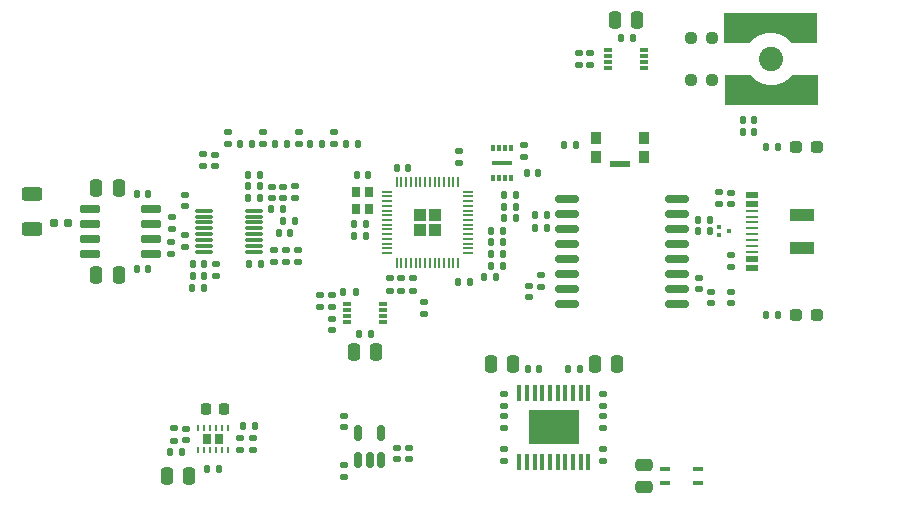
<source format=gtp>
G04 #@! TF.GenerationSoftware,KiCad,Pcbnew,7.0.6-7.0.6~ubuntu20.04.1*
G04 #@! TF.CreationDate,2024-01-10T11:24:14-08:00*
G04 #@! TF.ProjectId,harp_lick_detector_capactive,68617270-5f6c-4696-936b-5f6465746563,rev?*
G04 #@! TF.SameCoordinates,PX640a5a0PY7088980*
G04 #@! TF.FileFunction,Paste,Top*
G04 #@! TF.FilePolarity,Positive*
%FSLAX46Y46*%
G04 Gerber Fmt 4.6, Leading zero omitted, Abs format (unit mm)*
G04 Created by KiCad (PCBNEW 7.0.6-7.0.6~ubuntu20.04.1) date 2024-01-10 11:24:14*
%MOMM*%
%LPD*%
G01*
G04 APERTURE LIST*
G04 Aperture macros list*
%AMRoundRect*
0 Rectangle with rounded corners*
0 $1 Rounding radius*
0 $2 $3 $4 $5 $6 $7 $8 $9 X,Y pos of 4 corners*
0 Add a 4 corners polygon primitive as box body*
4,1,4,$2,$3,$4,$5,$6,$7,$8,$9,$2,$3,0*
0 Add four circle primitives for the rounded corners*
1,1,$1+$1,$2,$3*
1,1,$1+$1,$4,$5*
1,1,$1+$1,$6,$7*
1,1,$1+$1,$8,$9*
0 Add four rect primitives between the rounded corners*
20,1,$1+$1,$2,$3,$4,$5,0*
20,1,$1+$1,$4,$5,$6,$7,0*
20,1,$1+$1,$6,$7,$8,$9,0*
20,1,$1+$1,$8,$9,$2,$3,0*%
%AMFreePoly0*
4,1,40,6.515355,1.015355,6.530000,0.980000,6.530000,-1.460000,6.515355,-1.495355,6.480000,-1.510000,4.370000,-1.510000,4.367882,-1.509122,4.365698,-1.509814,4.350485,-1.501916,4.334645,-1.495355,4.333768,-1.493237,4.331734,-1.492182,4.233315,-1.375157,4.010127,-1.166713,3.760982,-0.990847,3.490207,-0.850543,3.202844,-0.748414,2.904254,-0.686367,2.599999,-0.665555,2.295745,-0.686367,
1.997154,-0.748415,1.709792,-0.850543,1.439022,-0.990844,1.189872,-1.166713,0.966684,-1.375157,0.868266,-1.492182,0.866231,-1.493237,0.865355,-1.495355,0.849514,-1.501916,0.834302,-1.509814,0.832117,-1.509122,0.830000,-1.510000,-1.280000,-1.510000,-1.315355,-1.495355,-1.330000,-1.460000,-1.330000,0.980000,-1.315355,1.015355,-1.280000,1.030000,6.480000,1.030000,6.515355,1.015355,
6.515355,1.015355,$1*%
G04 Aperture macros list end*
%ADD10RoundRect,0.140000X-0.140000X-0.170000X0.140000X-0.170000X0.140000X0.170000X-0.140000X0.170000X0*%
%ADD11RoundRect,0.135000X0.185000X-0.135000X0.185000X0.135000X-0.185000X0.135000X-0.185000X-0.135000X0*%
%ADD12RoundRect,0.237500X0.287500X0.237500X-0.287500X0.237500X-0.287500X-0.237500X0.287500X-0.237500X0*%
%ADD13RoundRect,0.140000X0.140000X0.170000X-0.140000X0.170000X-0.140000X-0.170000X0.140000X-0.170000X0*%
%ADD14RoundRect,0.140000X0.170000X-0.140000X0.170000X0.140000X-0.170000X0.140000X-0.170000X-0.140000X0*%
%ADD15RoundRect,0.140000X-0.170000X0.140000X-0.170000X-0.140000X0.170000X-0.140000X0.170000X0.140000X0*%
%ADD16RoundRect,0.250000X-0.475000X0.250000X-0.475000X-0.250000X0.475000X-0.250000X0.475000X0.250000X0*%
%ADD17RoundRect,0.135000X0.135000X0.185000X-0.135000X0.185000X-0.135000X-0.185000X0.135000X-0.185000X0*%
%ADD18RoundRect,0.135000X-0.185000X0.135000X-0.185000X-0.135000X0.185000X-0.135000X0.185000X0.135000X0*%
%ADD19RoundRect,0.135000X-0.135000X-0.185000X0.135000X-0.185000X0.135000X0.185000X-0.135000X0.185000X0*%
%ADD20R,0.300000X0.300000*%
%ADD21RoundRect,0.250000X-0.625000X0.312500X-0.625000X-0.312500X0.625000X-0.312500X0.625000X0.312500X0*%
%ADD22R,0.800000X0.950000*%
%ADD23R,0.250000X0.500000*%
%ADD24RoundRect,0.250000X-0.250000X-0.475000X0.250000X-0.475000X0.250000X0.475000X-0.250000X0.475000X0*%
%ADD25RoundRect,0.250000X0.250000X0.475000X-0.250000X0.475000X-0.250000X-0.475000X0.250000X-0.475000X0*%
%ADD26RoundRect,0.150000X-0.725000X-0.150000X0.725000X-0.150000X0.725000X0.150000X-0.725000X0.150000X0*%
%ADD27R,0.800000X0.300000*%
%ADD28RoundRect,0.250000X-0.292217X0.292217X-0.292217X-0.292217X0.292217X-0.292217X0.292217X0.292217X0*%
%ADD29RoundRect,0.050000X-0.050000X0.387500X-0.050000X-0.387500X0.050000X-0.387500X0.050000X0.387500X0*%
%ADD30RoundRect,0.050000X-0.387500X0.050000X-0.387500X-0.050000X0.387500X-0.050000X0.387500X0.050000X0*%
%ADD31RoundRect,0.237500X-0.250000X-0.237500X0.250000X-0.237500X0.250000X0.237500X-0.250000X0.237500X0*%
%ADD32R,2.000000X1.000000*%
%ADD33R,1.000000X0.520000*%
%ADD34R,1.000000X0.270000*%
%ADD35R,0.900000X1.000000*%
%ADD36R,1.700000X0.550000*%
%ADD37RoundRect,0.075000X-0.650000X-0.075000X0.650000X-0.075000X0.650000X0.075000X-0.650000X0.075000X0*%
%ADD38R,0.800000X0.900000*%
%ADD39RoundRect,0.147500X-0.172500X0.147500X-0.172500X-0.147500X0.172500X-0.147500X0.172500X0.147500X0*%
%ADD40RoundRect,0.150000X0.875000X0.150000X-0.875000X0.150000X-0.875000X-0.150000X0.875000X-0.150000X0*%
%ADD41C,2.050000*%
%ADD42FreePoly0,180.000000*%
%ADD43FreePoly0,0.000000*%
%ADD44RoundRect,0.147500X0.147500X0.172500X-0.147500X0.172500X-0.147500X-0.172500X0.147500X-0.172500X0*%
%ADD45R,1.140000X1.200000*%
%ADD46R,0.450000X1.450000*%
%ADD47R,4.200000X3.000000*%
%ADD48RoundRect,0.160000X-0.197500X-0.160000X0.197500X-0.160000X0.197500X0.160000X-0.197500X0.160000X0*%
%ADD49RoundRect,0.225000X-0.225000X-0.250000X0.225000X-0.250000X0.225000X0.250000X-0.225000X0.250000X0*%
%ADD50R,0.300000X0.600000*%
%ADD51R,1.700000X0.300000*%
%ADD52RoundRect,0.100000X0.350000X0.100000X-0.350000X0.100000X-0.350000X-0.100000X0.350000X-0.100000X0*%
%ADD53RoundRect,0.150000X0.150000X-0.512500X0.150000X0.512500X-0.150000X0.512500X-0.150000X-0.512500X0*%
G04 APERTURE END LIST*
D10*
G04 #@! TO.C,C6*
X39620000Y24600000D03*
X40580000Y24600000D03*
G04 #@! TD*
G04 #@! TO.C,C30*
X25920000Y22200000D03*
X26880000Y22200000D03*
G04 #@! TD*
D11*
G04 #@! TO.C,R28*
X43600000Y19990000D03*
X43600000Y21010000D03*
G04 #@! TD*
G04 #@! TO.C,R24*
X34600000Y27790000D03*
X34600000Y28810000D03*
G04 #@! TD*
D12*
G04 #@! TO.C,D1*
X78775000Y17900000D03*
X77025000Y17900000D03*
G04 #@! TD*
D10*
G04 #@! TO.C,C21*
X21220000Y21800000D03*
X22180000Y21800000D03*
G04 #@! TD*
D13*
G04 #@! TO.C,C19*
X49380000Y20700000D03*
X48420000Y20700000D03*
G04 #@! TD*
D11*
G04 #@! TO.C,R40*
X60700000Y8327500D03*
X60700000Y9347500D03*
G04 #@! TD*
G04 #@! TO.C,R44*
X42600000Y19990000D03*
X42600000Y21010000D03*
G04 #@! TD*
D10*
G04 #@! TO.C,C9*
X51220000Y23100000D03*
X52180000Y23100000D03*
G04 #@! TD*
D14*
G04 #@! TO.C,C27*
X44200000Y5720000D03*
X44200000Y6680000D03*
G04 #@! TD*
D15*
G04 #@! TO.C,C38*
X34800000Y23380000D03*
X34800000Y22420000D03*
G04 #@! TD*
D16*
G04 #@! TO.C,C45*
X64100000Y5250000D03*
X64100000Y3350000D03*
G04 #@! TD*
D17*
G04 #@! TO.C,R26*
X33610000Y26900000D03*
X32590000Y26900000D03*
G04 #@! TD*
D18*
G04 #@! TO.C,R38*
X60700000Y11247500D03*
X60700000Y10227500D03*
G04 #@! TD*
G04 #@! TO.C,R21*
X33800000Y23410000D03*
X33800000Y22390000D03*
G04 #@! TD*
D10*
G04 #@! TO.C,C13*
X43220000Y30400000D03*
X44180000Y30400000D03*
G04 #@! TD*
D19*
G04 #@! TO.C,R11*
X51190000Y24100000D03*
X52210000Y24100000D03*
G04 #@! TD*
D10*
G04 #@! TO.C,C8*
X72520000Y33400000D03*
X73480000Y33400000D03*
G04 #@! TD*
D20*
G04 #@! TO.C,U2*
X70475000Y25350000D03*
X70475000Y24650000D03*
X71325000Y25000000D03*
G04 #@! TD*
D13*
G04 #@! TO.C,C41*
X28130000Y4900000D03*
X27170000Y4900000D03*
G04 #@! TD*
D11*
G04 #@! TO.C,R29*
X44600000Y19990000D03*
X44600000Y21010000D03*
G04 #@! TD*
D18*
G04 #@! TO.C,R39*
X52300000Y11247500D03*
X52300000Y10227500D03*
G04 #@! TD*
D21*
G04 #@! TO.C,R14*
X12300000Y28150000D03*
X12300000Y25225000D03*
G04 #@! TD*
D15*
G04 #@! TO.C,C28*
X38700000Y9380000D03*
X38700000Y8420000D03*
G04 #@! TD*
D14*
G04 #@! TO.C,C56*
X71500000Y18920000D03*
X71500000Y19880000D03*
G04 #@! TD*
D22*
G04 #@! TO.C,U11*
X28150000Y7400000D03*
X27150000Y7400000D03*
D23*
X28900000Y8350000D03*
X28400000Y8350000D03*
X27900000Y8350000D03*
X27400000Y8350000D03*
X26900000Y8350000D03*
X26400000Y8350000D03*
X26400000Y6450000D03*
X26900000Y6450000D03*
X27400000Y6450000D03*
X27900000Y6450000D03*
X28400000Y6450000D03*
X28900000Y6450000D03*
G04 #@! TD*
D24*
G04 #@! TO.C,C22*
X17750000Y28700000D03*
X19650000Y28700000D03*
G04 #@! TD*
D25*
G04 #@! TO.C,C40*
X25650000Y4300000D03*
X23750000Y4300000D03*
G04 #@! TD*
D14*
G04 #@! TO.C,C54*
X59600000Y39120000D03*
X59600000Y40080000D03*
G04 #@! TD*
D11*
G04 #@! TO.C,R3*
X70500000Y27290000D03*
X70500000Y28310000D03*
G04 #@! TD*
D15*
G04 #@! TO.C,C24*
X25300000Y28080000D03*
X25300000Y27120000D03*
G04 #@! TD*
D26*
G04 #@! TO.C,U7*
X17225000Y26905000D03*
X17225000Y25635000D03*
X17225000Y24365000D03*
X17225000Y23095000D03*
X22375000Y23095000D03*
X22375000Y24365000D03*
X22375000Y25635000D03*
X22375000Y26905000D03*
G04 #@! TD*
D27*
G04 #@! TO.C,U1*
X61050000Y40350000D03*
X61050000Y39850000D03*
X61050000Y39350000D03*
X61050000Y38850000D03*
X64150000Y38850000D03*
X64150000Y39350000D03*
X64150000Y39850000D03*
X64150000Y40350000D03*
G04 #@! TD*
D17*
G04 #@! TO.C,R47*
X34610000Y25900000D03*
X33590000Y25900000D03*
G04 #@! TD*
D18*
G04 #@! TO.C,R46*
X24200000Y26210000D03*
X24200000Y25190000D03*
G04 #@! TD*
D28*
G04 #@! TO.C,U4*
X46437500Y26400000D03*
X45162500Y26400000D03*
X46437500Y25125000D03*
X45162500Y25125000D03*
D29*
X48400000Y29200000D03*
X48000000Y29200000D03*
X47600000Y29200000D03*
X47200000Y29200000D03*
X46800000Y29200000D03*
X46400000Y29200000D03*
X46000000Y29200000D03*
X45600000Y29200000D03*
X45200000Y29200000D03*
X44800000Y29200000D03*
X44400000Y29200000D03*
X44000000Y29200000D03*
X43600000Y29200000D03*
X43200000Y29200000D03*
D30*
X42362500Y28362500D03*
X42362500Y27962500D03*
X42362500Y27562500D03*
X42362500Y27162500D03*
X42362500Y26762500D03*
X42362500Y26362500D03*
X42362500Y25962500D03*
X42362500Y25562500D03*
X42362500Y25162500D03*
X42362500Y24762500D03*
X42362500Y24362500D03*
X42362500Y23962500D03*
X42362500Y23562500D03*
X42362500Y23162500D03*
D29*
X43200000Y22325000D03*
X43600000Y22325000D03*
X44000000Y22325000D03*
X44400000Y22325000D03*
X44800000Y22325000D03*
X45200000Y22325000D03*
X45600000Y22325000D03*
X46000000Y22325000D03*
X46400000Y22325000D03*
X46800000Y22325000D03*
X47200000Y22325000D03*
X47600000Y22325000D03*
X48000000Y22325000D03*
X48400000Y22325000D03*
D30*
X49237500Y23162500D03*
X49237500Y23562500D03*
X49237500Y23962500D03*
X49237500Y24362500D03*
X49237500Y24762500D03*
X49237500Y25162500D03*
X49237500Y25562500D03*
X49237500Y25962500D03*
X49237500Y26362500D03*
X49237500Y26762500D03*
X49237500Y27162500D03*
X49237500Y27562500D03*
X49237500Y27962500D03*
X49237500Y28362500D03*
G04 #@! TD*
D14*
G04 #@! TO.C,C3*
X55400000Y20320000D03*
X55400000Y21280000D03*
G04 #@! TD*
D31*
G04 #@! TO.C,R30*
X68087500Y41400000D03*
X69912500Y41400000D03*
G04 #@! TD*
D32*
G04 #@! TO.C,J5*
X77500000Y23600000D03*
X77500000Y26400000D03*
D33*
X73300000Y21900000D03*
X73300000Y22650000D03*
D34*
X73300000Y23250000D03*
X73300000Y24750000D03*
X73300000Y25750000D03*
X73300000Y26750000D03*
D33*
X73300000Y27350000D03*
X73300000Y28100000D03*
X73300000Y28100000D03*
X73300000Y27350000D03*
D34*
X73300000Y26250000D03*
X73300000Y25250000D03*
X73300000Y24250000D03*
X73300000Y23750000D03*
D33*
X73300000Y22650000D03*
X73300000Y21900000D03*
G04 #@! TD*
D17*
G04 #@! TO.C,R22*
X31710000Y22200000D03*
X30690000Y22200000D03*
G04 #@! TD*
D25*
G04 #@! TO.C,C23*
X19650000Y21300000D03*
X17750000Y21300000D03*
G04 #@! TD*
D17*
G04 #@! TO.C,R7*
X55910000Y25300000D03*
X54890000Y25300000D03*
G04 #@! TD*
D35*
G04 #@! TO.C,SW1*
X60050000Y31300000D03*
X60050000Y32900000D03*
X64150000Y32900000D03*
X64150000Y31300000D03*
D36*
X62100000Y30675000D03*
G04 #@! TD*
D14*
G04 #@! TO.C,C2*
X68800000Y20120000D03*
X68800000Y21080000D03*
G04 #@! TD*
D17*
G04 #@! TO.C,R17*
X33910000Y32400000D03*
X32890000Y32400000D03*
G04 #@! TD*
D37*
G04 #@! TO.C,U6*
X26850000Y26750000D03*
X26850000Y26250000D03*
X26850000Y25750000D03*
X26850000Y25250000D03*
X26850000Y24750000D03*
X26850000Y24250000D03*
X26850000Y23750000D03*
X26850000Y23250000D03*
X31150000Y23250000D03*
X31150000Y23750000D03*
X31150000Y24250000D03*
X31150000Y24750000D03*
X31150000Y25250000D03*
X31150000Y25750000D03*
X31150000Y26250000D03*
X31150000Y26750000D03*
G04 #@! TD*
D11*
G04 #@! TO.C,R32*
X31000000Y6490000D03*
X31000000Y7510000D03*
G04 #@! TD*
D38*
G04 #@! TO.C,X1*
X39750000Y28300000D03*
X39750000Y26900000D03*
X40850000Y26900000D03*
X40850000Y28300000D03*
G04 #@! TD*
D14*
G04 #@! TO.C,C52*
X37700000Y18620000D03*
X37700000Y19580000D03*
G04 #@! TD*
D17*
G04 #@! TO.C,R6*
X55910000Y26400000D03*
X54890000Y26400000D03*
G04 #@! TD*
D19*
G04 #@! TO.C,R12*
X74490000Y17900000D03*
X75510000Y17900000D03*
G04 #@! TD*
D14*
G04 #@! TO.C,C50*
X37700000Y16620000D03*
X37700000Y17580000D03*
G04 #@! TD*
D39*
G04 #@! TO.C,D3*
X71500000Y28285000D03*
X71500000Y27315000D03*
G04 #@! TD*
D13*
G04 #@! TO.C,C14*
X53280000Y26100000D03*
X52320000Y26100000D03*
G04 #@! TD*
D14*
G04 #@! TO.C,C44*
X25350000Y7320000D03*
X25350000Y8280000D03*
G04 #@! TD*
D18*
G04 #@! TO.C,R52*
X32800000Y23410000D03*
X32800000Y22390000D03*
G04 #@! TD*
D17*
G04 #@! TO.C,R4*
X69710000Y26000000D03*
X68690000Y26000000D03*
G04 #@! TD*
D12*
G04 #@! TO.C,D2*
X78775000Y32100000D03*
X77025000Y32100000D03*
G04 #@! TD*
D13*
G04 #@! TO.C,C18*
X53280000Y27100000D03*
X52320000Y27100000D03*
G04 #@! TD*
D10*
G04 #@! TO.C,C10*
X51220000Y22100000D03*
X52180000Y22100000D03*
G04 #@! TD*
D18*
G04 #@! TO.C,R27*
X25300000Y24710000D03*
X25300000Y23690000D03*
G04 #@! TD*
G04 #@! TO.C,R18*
X24100000Y24110000D03*
X24100000Y23090000D03*
G04 #@! TD*
D17*
G04 #@! TO.C,R5*
X69710000Y25000000D03*
X68690000Y25000000D03*
G04 #@! TD*
D14*
G04 #@! TO.C,C59*
X38700000Y4220000D03*
X38700000Y5180000D03*
G04 #@! TD*
D17*
G04 #@! TO.C,R16*
X36910000Y32400000D03*
X35890000Y32400000D03*
G04 #@! TD*
D25*
G04 #@! TO.C,C48*
X53050000Y13737500D03*
X51150000Y13737500D03*
G04 #@! TD*
D19*
G04 #@! TO.C,R23*
X30590000Y29800000D03*
X31610000Y29800000D03*
G04 #@! TD*
D10*
G04 #@! TO.C,C51*
X40020000Y16300000D03*
X40980000Y16300000D03*
G04 #@! TD*
D15*
G04 #@! TO.C,C37*
X69800000Y19880000D03*
X69800000Y18920000D03*
G04 #@! TD*
D18*
G04 #@! TO.C,R9*
X54000000Y32310000D03*
X54000000Y31290000D03*
G04 #@! TD*
D13*
G04 #@! TO.C,C1*
X55180000Y29900000D03*
X54220000Y29900000D03*
G04 #@! TD*
D10*
G04 #@! TO.C,C31*
X25920000Y21200000D03*
X26880000Y21200000D03*
G04 #@! TD*
D14*
G04 #@! TO.C,C35*
X37900000Y32420000D03*
X37900000Y33380000D03*
G04 #@! TD*
D25*
G04 #@! TO.C,C11*
X41450000Y14800000D03*
X39550000Y14800000D03*
G04 #@! TD*
G04 #@! TO.C,C39*
X63550000Y42900000D03*
X61650000Y42900000D03*
G04 #@! TD*
D11*
G04 #@! TO.C,R41*
X52300000Y8327500D03*
X52300000Y9347500D03*
G04 #@! TD*
D15*
G04 #@! TO.C,C12*
X48500000Y31780000D03*
X48500000Y30820000D03*
G04 #@! TD*
D10*
G04 #@! TO.C,C15*
X39620000Y25600000D03*
X40580000Y25600000D03*
G04 #@! TD*
D40*
G04 #@! TO.C,U3*
X66950000Y18855000D03*
X66950000Y20125000D03*
X66950000Y21395000D03*
X66950000Y22665000D03*
X66950000Y23935000D03*
X66950000Y25205000D03*
X66950000Y26475000D03*
X66950000Y27745000D03*
X57650000Y27745000D03*
X57650000Y26475000D03*
X57650000Y25205000D03*
X57650000Y23935000D03*
X57650000Y22665000D03*
X57650000Y21395000D03*
X57650000Y20125000D03*
X57650000Y18855000D03*
G04 #@! TD*
D10*
G04 #@! TO.C,C46*
X57720000Y13337500D03*
X58680000Y13337500D03*
G04 #@! TD*
G04 #@! TO.C,C55*
X62220000Y41400000D03*
X63180000Y41400000D03*
G04 #@! TD*
D14*
G04 #@! TO.C,C57*
X31900000Y32420000D03*
X31900000Y33380000D03*
G04 #@! TD*
D15*
G04 #@! TO.C,C26*
X43200000Y6680000D03*
X43200000Y5720000D03*
G04 #@! TD*
D13*
G04 #@! TO.C,C47*
X55280000Y13337500D03*
X54320000Y13337500D03*
G04 #@! TD*
D27*
G04 #@! TO.C,U13*
X42050000Y17350000D03*
X42050000Y17850000D03*
X42050000Y18350000D03*
X42050000Y18850000D03*
X38950000Y18850000D03*
X38950000Y18350000D03*
X38950000Y17850000D03*
X38950000Y17350000D03*
G04 #@! TD*
D17*
G04 #@! TO.C,R8*
X39910000Y32400000D03*
X38890000Y32400000D03*
G04 #@! TD*
D41*
G04 #@! TO.C,J7*
X74900000Y39600000D03*
D42*
X77500000Y36700000D03*
D43*
X72300000Y42500000D03*
G04 #@! TD*
D14*
G04 #@! TO.C,C16*
X45500000Y18020000D03*
X45500000Y18980000D03*
G04 #@! TD*
D11*
G04 #@! TO.C,R37*
X52300000Y5527500D03*
X52300000Y6547500D03*
G04 #@! TD*
D19*
G04 #@! TO.C,R10*
X51190000Y25050000D03*
X52210000Y25050000D03*
G04 #@! TD*
D15*
G04 #@! TO.C,C34*
X33600000Y28780000D03*
X33600000Y27820000D03*
G04 #@! TD*
D19*
G04 #@! TO.C,R49*
X30590000Y28800000D03*
X31610000Y28800000D03*
G04 #@! TD*
D13*
G04 #@! TO.C,C17*
X51580000Y21100000D03*
X50620000Y21100000D03*
G04 #@! TD*
D19*
G04 #@! TO.C,R13*
X74490000Y32100000D03*
X75510000Y32100000D03*
G04 #@! TD*
D44*
G04 #@! TO.C,D4*
X73485000Y34400000D03*
X72515000Y34400000D03*
G04 #@! TD*
D18*
G04 #@! TO.C,R2*
X71500000Y23010000D03*
X71500000Y21990000D03*
G04 #@! TD*
D13*
G04 #@! TO.C,C20*
X22180000Y28200000D03*
X21220000Y28200000D03*
G04 #@! TD*
D45*
G04 #@! TO.C,U12*
X57900000Y9150000D03*
X56500000Y9150000D03*
X55100000Y9150000D03*
X57900000Y7650000D03*
X56500000Y7650000D03*
X55100000Y7650000D03*
D46*
X59425000Y11350000D03*
X58775000Y11350000D03*
X58125000Y11350000D03*
X57475000Y11350000D03*
X56825000Y11350000D03*
X56175000Y11350000D03*
X55525000Y11350000D03*
X54875000Y11350000D03*
X54225000Y11350000D03*
X53575000Y11350000D03*
X53575000Y5450000D03*
X54225000Y5450000D03*
X54875000Y5450000D03*
X55525000Y5450000D03*
X56175000Y5450000D03*
X56825000Y5450000D03*
X57475000Y5450000D03*
X58125000Y5450000D03*
X58775000Y5450000D03*
X59425000Y5450000D03*
D47*
X56500000Y8400000D03*
G04 #@! TD*
D48*
G04 #@! TO.C,R15*
X14200000Y25700000D03*
X15395000Y25700000D03*
G04 #@! TD*
D17*
G04 #@! TO.C,R34*
X31210000Y8500000D03*
X30190000Y8500000D03*
G04 #@! TD*
D15*
G04 #@! TO.C,C53*
X58600000Y40080000D03*
X58600000Y39120000D03*
G04 #@! TD*
D49*
G04 #@! TO.C,C42*
X27025000Y10000000D03*
X28575000Y10000000D03*
G04 #@! TD*
D19*
G04 #@! TO.C,R35*
X23990000Y6300000D03*
X25010000Y6300000D03*
G04 #@! TD*
D17*
G04 #@! TO.C,R19*
X26910000Y20200000D03*
X25890000Y20200000D03*
G04 #@! TD*
D15*
G04 #@! TO.C,C5*
X54400000Y20380000D03*
X54400000Y19420000D03*
G04 #@! TD*
D11*
G04 #@! TO.C,R20*
X27900000Y21190000D03*
X27900000Y22210000D03*
G04 #@! TD*
D31*
G04 #@! TO.C,R31*
X68087500Y37800000D03*
X69912500Y37800000D03*
G04 #@! TD*
D11*
G04 #@! TO.C,R36*
X60700000Y5527500D03*
X60700000Y6547500D03*
G04 #@! TD*
D15*
G04 #@! TO.C,C43*
X29950000Y7480000D03*
X29950000Y6520000D03*
G04 #@! TD*
D17*
G04 #@! TO.C,R45*
X30910000Y32400000D03*
X29890000Y32400000D03*
G04 #@! TD*
D10*
G04 #@! TO.C,C25*
X33220000Y24900000D03*
X34180000Y24900000D03*
G04 #@! TD*
D24*
G04 #@! TO.C,C49*
X59950000Y13737500D03*
X61850000Y13737500D03*
G04 #@! TD*
D11*
G04 #@! TO.C,R43*
X36700000Y18590000D03*
X36700000Y19610000D03*
G04 #@! TD*
G04 #@! TO.C,R25*
X26800000Y30490000D03*
X26800000Y31510000D03*
G04 #@! TD*
D50*
G04 #@! TO.C,U5*
X52850000Y32050000D03*
X52350000Y32050000D03*
X51850000Y32050000D03*
X51350000Y32050000D03*
X51350000Y29550000D03*
X51850000Y29550000D03*
X52350000Y29550000D03*
X52850000Y29550000D03*
D51*
X52100000Y30800000D03*
G04 #@! TD*
D52*
G04 #@! TO.C,L1*
X68700000Y3725000D03*
X68700000Y4875000D03*
X65900000Y4875000D03*
X65900000Y3725000D03*
G04 #@! TD*
D18*
G04 #@! TO.C,R33*
X24300000Y8310000D03*
X24300000Y7290000D03*
G04 #@! TD*
D14*
G04 #@! TO.C,C36*
X34900000Y32420000D03*
X34900000Y33380000D03*
G04 #@! TD*
D19*
G04 #@! TO.C,R48*
X30590000Y27800000D03*
X31610000Y27800000D03*
G04 #@! TD*
D15*
G04 #@! TO.C,C32*
X27800000Y31480000D03*
X27800000Y30520000D03*
G04 #@! TD*
D53*
G04 #@! TO.C,U8*
X39950000Y5662500D03*
X40900000Y5662500D03*
X41850000Y5662500D03*
X41850000Y7937500D03*
X39950000Y7937500D03*
G04 #@! TD*
D13*
G04 #@! TO.C,C7*
X53280000Y28100000D03*
X52320000Y28100000D03*
G04 #@! TD*
D10*
G04 #@! TO.C,C4*
X39820000Y29800000D03*
X40780000Y29800000D03*
G04 #@! TD*
D15*
G04 #@! TO.C,C33*
X32600000Y28780000D03*
X32600000Y27820000D03*
G04 #@! TD*
D17*
G04 #@! TO.C,R42*
X39710000Y19900000D03*
X38690000Y19900000D03*
G04 #@! TD*
G04 #@! TO.C,R1*
X58410000Y32300000D03*
X57390000Y32300000D03*
G04 #@! TD*
D14*
G04 #@! TO.C,C58*
X28900000Y32420000D03*
X28900000Y33380000D03*
G04 #@! TD*
M02*

</source>
